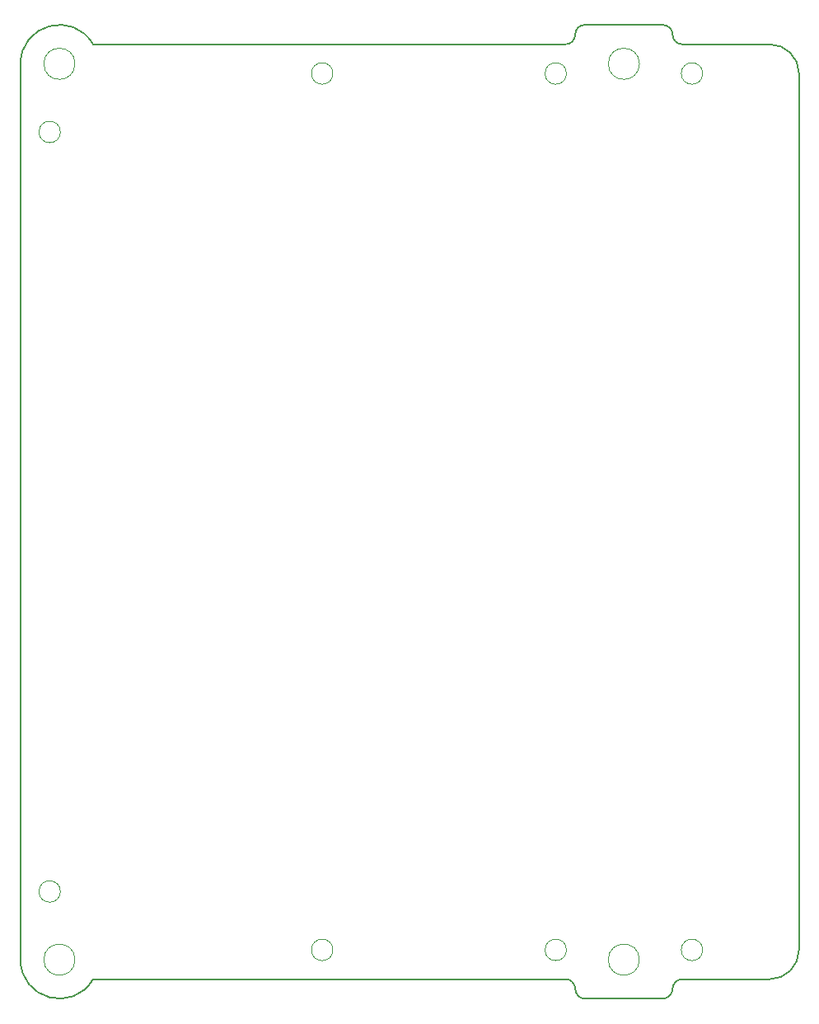
<source format=gbr>
%TF.GenerationSoftware,KiCad,Pcbnew,9.0.3*%
%TF.CreationDate,2025-07-19T20:22:36+03:00*%
%TF.ProjectId,PMCNV-AI4T,504d434e-562d-4414-9934-542e6b696361,rev?*%
%TF.SameCoordinates,Original*%
%TF.FileFunction,Profile,NP*%
%FSLAX46Y46*%
G04 Gerber Fmt 4.6, Leading zero omitted, Abs format (unit mm)*
G04 Created by KiCad (PCBNEW 9.0.3) date 2025-07-19 20:22:36*
%MOMM*%
%LPD*%
G01*
G04 APERTURE LIST*
%TA.AperFunction,Profile*%
%ADD10C,0.200000*%
%TD*%
%TA.AperFunction,Profile*%
%ADD11C,0.050000*%
%TD*%
G04 APERTURE END LIST*
D10*
X37000000Y48000000D02*
G75*
G02*
X40000000Y45000000I0J-3000000D01*
G01*
X-39999999Y46000000D02*
G75*
G02*
X-32535899Y48000000I3999999J0D01*
G01*
X27000000Y-49000000D02*
G75*
G02*
X26000000Y-50000000I-1000000J0D01*
G01*
X-32535899Y48000000D02*
X16000000Y48000000D01*
X40000000Y45000000D02*
X40000000Y-45000000D01*
X18000000Y-50000000D02*
G75*
G02*
X17000000Y-49000000I0J1000000D01*
G01*
X16000000Y-48000000D02*
G75*
G02*
X17000000Y-49000000I0J-1000000D01*
G01*
X28000000Y-48000000D02*
X37000000Y-48000000D01*
X28000000Y48000000D02*
X37000000Y48000000D01*
X27000000Y-49000000D02*
G75*
G02*
X28000000Y-48000000I1000000J0D01*
G01*
X17000000Y49000000D02*
G75*
G02*
X18000000Y50000000I1000000J0D01*
G01*
X26000000Y50000000D02*
X18000000Y50000000D01*
X-32535899Y-48000000D02*
G75*
G02*
X-39999999Y-46000000I-3464101J2000000D01*
G01*
X17000000Y49000000D02*
G75*
G02*
X16000000Y48000000I-1000000J0D01*
G01*
X18000000Y-50000000D02*
X26000000Y-50000000D01*
X16000000Y-48000000D02*
X-32535899Y-48000000D01*
X28000000Y48000000D02*
G75*
G02*
X27000000Y49000000I0J1000000D01*
G01*
X26000000Y50000000D02*
G75*
G02*
X27000000Y49000000I0J-1000000D01*
G01*
X40000000Y-45000000D02*
G75*
G02*
X37000000Y-48000000I-3000000J0D01*
G01*
X-40000000Y-46000000D02*
X-40000000Y46000000D01*
D11*
%TO.C,U1*%
X-35900000Y39000000D02*
G75*
G02*
X-38100000Y39000000I-1100000J0D01*
G01*
X-38100000Y39000000D02*
G75*
G02*
X-35900000Y39000000I1100000J0D01*
G01*
X-35900000Y-39000000D02*
G75*
G02*
X-38100000Y-39000000I-1100000J0D01*
G01*
X-38100000Y-39000000D02*
G75*
G02*
X-35900000Y-39000000I1100000J0D01*
G01*
X-7900000Y45000000D02*
G75*
G02*
X-10100000Y45000000I-1100000J0D01*
G01*
X-10100000Y45000000D02*
G75*
G02*
X-7900000Y45000000I1100000J0D01*
G01*
X-7900000Y-45000000D02*
G75*
G02*
X-10100000Y-45000000I-1100000J0D01*
G01*
X-10100000Y-45000000D02*
G75*
G02*
X-7900000Y-45000000I1100000J0D01*
G01*
%TO.C,H7*%
X23600000Y-46000000D02*
G75*
G02*
X20400000Y-46000000I-1600000J0D01*
G01*
X20400000Y-46000000D02*
G75*
G02*
X23600000Y-46000000I1600000J0D01*
G01*
%TO.C,SP1*%
X16100000Y45000000D02*
G75*
G02*
X13900000Y45000000I-1100000J0D01*
G01*
X13900000Y45000000D02*
G75*
G02*
X16100000Y45000000I1100000J0D01*
G01*
X16100000Y-45000000D02*
G75*
G02*
X13900000Y-45000000I-1100000J0D01*
G01*
X13900000Y-45000000D02*
G75*
G02*
X16100000Y-45000000I1100000J0D01*
G01*
X30100000Y45000000D02*
G75*
G02*
X27900000Y45000000I-1100000J0D01*
G01*
X27900000Y45000000D02*
G75*
G02*
X30100000Y45000000I1100000J0D01*
G01*
X30100000Y-45000000D02*
G75*
G02*
X27900000Y-45000000I-1100000J0D01*
G01*
X27900000Y-45000000D02*
G75*
G02*
X30100000Y-45000000I1100000J0D01*
G01*
%TO.C,H4*%
X23600000Y46000000D02*
G75*
G02*
X20400000Y46000000I-1600000J0D01*
G01*
X20400000Y46000000D02*
G75*
G02*
X23600000Y46000000I1600000J0D01*
G01*
%TO.C,H5*%
X-34400000Y46000000D02*
G75*
G02*
X-37600000Y46000000I-1600000J0D01*
G01*
X-37600000Y46000000D02*
G75*
G02*
X-34400000Y46000000I1600000J0D01*
G01*
%TO.C,H6*%
X-34400000Y-46000000D02*
G75*
G02*
X-37600000Y-46000000I-1600000J0D01*
G01*
X-37600000Y-46000000D02*
G75*
G02*
X-34400000Y-46000000I1600000J0D01*
G01*
%TD*%
M02*

</source>
